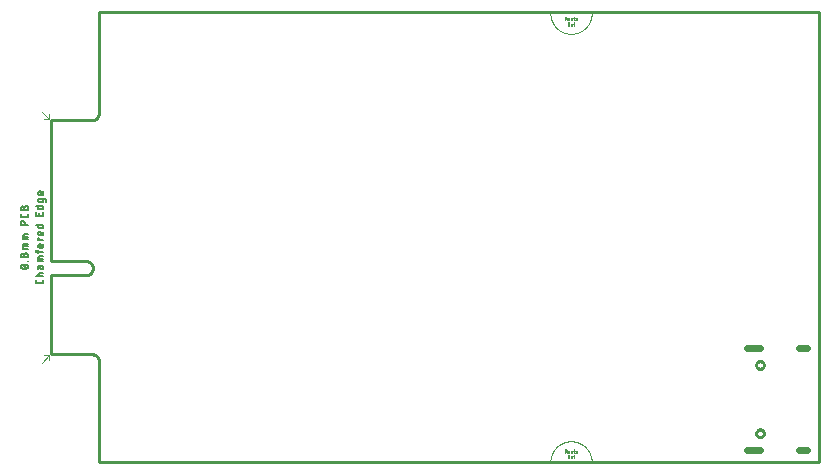
<source format=gko>
G04 EAGLE Gerber RS-274X export*
G75*
%MOMM*%
%FSLAX34Y34*%
%LPD*%
%IN*%
%IPPOS*%
%AMOC8*
5,1,8,0,0,1.08239X$1,22.5*%
G01*
%ADD10C,0.203200*%
%ADD11C,0.127000*%
%ADD12C,0.101600*%
%ADD13C,0.050800*%
%ADD14C,0.025400*%
%ADD15C,0.000000*%
%ADD16C,0.600000*%
%ADD17C,0.254000*%


D10*
X0Y91250D02*
X0Y158250D01*
X0Y170250D02*
X0Y289750D01*
X35000Y289750D01*
X35000Y91250D02*
X0Y91250D01*
X35000Y91250D02*
X35140Y91246D01*
X35280Y91237D01*
X35420Y91225D01*
X35559Y91209D01*
X35698Y91189D01*
X35836Y91166D01*
X35974Y91138D01*
X36110Y91107D01*
X36246Y91072D01*
X36381Y91033D01*
X36515Y90991D01*
X36647Y90945D01*
X36778Y90895D01*
X36908Y90842D01*
X37036Y90785D01*
X37163Y90725D01*
X37288Y90662D01*
X37411Y90594D01*
X37532Y90524D01*
X37651Y90450D01*
X37769Y90373D01*
X37884Y90293D01*
X37996Y90210D01*
X38107Y90123D01*
X38215Y90034D01*
X38320Y89942D01*
X38423Y89847D01*
X38524Y89749D01*
X38621Y89648D01*
X38716Y89545D01*
X38808Y89439D01*
X38897Y89330D01*
X38983Y89220D01*
X39066Y89107D01*
X39146Y88991D01*
X39222Y88874D01*
X39296Y88754D01*
X39366Y88633D01*
X39432Y88509D01*
X39495Y88384D01*
X39555Y88257D01*
X39611Y88129D01*
X39664Y87999D01*
X39713Y87868D01*
X39759Y87735D01*
X39801Y87601D01*
X39839Y87466D01*
X39873Y87330D01*
X39904Y87194D01*
X39931Y87056D01*
X39954Y86918D01*
X39973Y86779D01*
X39989Y86639D01*
X40001Y86500D01*
X35000Y289750D02*
X35142Y289756D01*
X35285Y289766D01*
X35426Y289780D01*
X35568Y289798D01*
X35709Y289819D01*
X35849Y289845D01*
X35988Y289874D01*
X36127Y289907D01*
X36264Y289944D01*
X36401Y289985D01*
X36536Y290030D01*
X36670Y290078D01*
X36803Y290130D01*
X36934Y290186D01*
X37064Y290245D01*
X37192Y290308D01*
X37318Y290374D01*
X37442Y290444D01*
X37564Y290517D01*
X37684Y290593D01*
X37802Y290673D01*
X37918Y290756D01*
X38032Y290842D01*
X38143Y290931D01*
X38251Y291024D01*
X38357Y291119D01*
X38461Y291217D01*
X38561Y291318D01*
X38659Y291422D01*
X38754Y291528D01*
X38846Y291637D01*
X38934Y291748D01*
X39020Y291862D01*
X39103Y291978D01*
X39182Y292097D01*
X39258Y292217D01*
X39331Y292340D01*
X39400Y292464D01*
X39466Y292591D01*
X39528Y292719D01*
X39587Y292849D01*
X39642Y292980D01*
X39693Y293113D01*
X39741Y293247D01*
X39785Y293383D01*
X39825Y293519D01*
X39862Y293657D01*
X39894Y293796D01*
X39923Y293935D01*
X39948Y294076D01*
X39969Y294216D01*
X39986Y294358D01*
X40000Y294500D01*
X29000Y158250D02*
X0Y158250D01*
X0Y170250D02*
X29000Y170250D01*
X29153Y170248D01*
X29306Y170242D01*
X29459Y170232D01*
X29612Y170219D01*
X29764Y170201D01*
X29916Y170180D01*
X30067Y170154D01*
X30217Y170125D01*
X30367Y170092D01*
X30516Y170055D01*
X30664Y170015D01*
X30810Y169970D01*
X30956Y169922D01*
X31100Y169870D01*
X31243Y169815D01*
X31384Y169756D01*
X31524Y169693D01*
X31662Y169627D01*
X31799Y169557D01*
X31933Y169484D01*
X32066Y169407D01*
X32197Y169327D01*
X32325Y169244D01*
X32452Y169158D01*
X32576Y169068D01*
X32698Y168975D01*
X32817Y168879D01*
X32934Y168780D01*
X33049Y168678D01*
X33161Y168573D01*
X33270Y168465D01*
X33376Y168355D01*
X33479Y168242D01*
X33580Y168126D01*
X33677Y168008D01*
X33772Y167887D01*
X33863Y167764D01*
X33951Y167639D01*
X34036Y167511D01*
X34118Y167382D01*
X34196Y167250D01*
X34271Y167116D01*
X34343Y166981D01*
X34411Y166843D01*
X34475Y166704D01*
X34536Y166564D01*
X34593Y166422D01*
X34647Y166278D01*
X34697Y166133D01*
X34743Y165987D01*
X34786Y165840D01*
X34824Y165692D01*
X34859Y165542D01*
X34890Y165392D01*
X34918Y165242D01*
X34941Y165090D01*
X34960Y164938D01*
X34976Y164786D01*
X34988Y164633D01*
X34996Y164480D01*
X35000Y164327D01*
X35000Y164173D01*
X34996Y164020D01*
X34988Y163867D01*
X34976Y163714D01*
X34960Y163562D01*
X34941Y163410D01*
X34918Y163258D01*
X34890Y163108D01*
X34859Y162958D01*
X34824Y162808D01*
X34786Y162660D01*
X34743Y162513D01*
X34697Y162367D01*
X34647Y162222D01*
X34593Y162078D01*
X34536Y161936D01*
X34475Y161796D01*
X34411Y161657D01*
X34343Y161519D01*
X34271Y161384D01*
X34196Y161250D01*
X34118Y161118D01*
X34036Y160989D01*
X33951Y160861D01*
X33863Y160736D01*
X33772Y160613D01*
X33677Y160492D01*
X33580Y160374D01*
X33479Y160258D01*
X33376Y160145D01*
X33270Y160035D01*
X33161Y159927D01*
X33049Y159822D01*
X32934Y159720D01*
X32817Y159621D01*
X32698Y159525D01*
X32576Y159432D01*
X32452Y159342D01*
X32325Y159256D01*
X32197Y159173D01*
X32066Y159093D01*
X31933Y159016D01*
X31799Y158943D01*
X31662Y158873D01*
X31524Y158807D01*
X31384Y158744D01*
X31243Y158685D01*
X31100Y158630D01*
X30956Y158578D01*
X30810Y158530D01*
X30664Y158485D01*
X30516Y158445D01*
X30367Y158408D01*
X30217Y158375D01*
X30067Y158346D01*
X29916Y158320D01*
X29764Y158299D01*
X29612Y158281D01*
X29459Y158268D01*
X29306Y158258D01*
X29153Y158252D01*
X29000Y158250D01*
X40000Y294500D02*
X40000Y381000D01*
X649854Y381000D01*
X40000Y86500D02*
X40000Y0D01*
X649854Y254D01*
X649854Y381000D01*
D11*
X-6943Y154204D02*
X-6943Y152792D01*
X-6945Y152718D01*
X-6951Y152645D01*
X-6960Y152571D01*
X-6974Y152499D01*
X-6991Y152427D01*
X-7012Y152356D01*
X-7037Y152286D01*
X-7065Y152218D01*
X-7097Y152151D01*
X-7132Y152087D01*
X-7171Y152024D01*
X-7212Y151963D01*
X-7257Y151904D01*
X-7305Y151848D01*
X-7356Y151794D01*
X-7410Y151743D01*
X-7466Y151695D01*
X-7525Y151650D01*
X-7586Y151609D01*
X-7648Y151570D01*
X-7713Y151535D01*
X-7780Y151503D01*
X-7848Y151475D01*
X-7918Y151450D01*
X-7989Y151429D01*
X-8061Y151412D01*
X-8133Y151398D01*
X-8207Y151389D01*
X-8280Y151383D01*
X-8354Y151381D01*
X-11882Y151381D01*
X-11956Y151383D01*
X-12029Y151389D01*
X-12103Y151398D01*
X-12175Y151412D01*
X-12247Y151429D01*
X-12318Y151450D01*
X-12388Y151475D01*
X-12456Y151503D01*
X-12523Y151535D01*
X-12587Y151570D01*
X-12650Y151609D01*
X-12711Y151650D01*
X-12770Y151695D01*
X-12826Y151743D01*
X-12880Y151794D01*
X-12931Y151848D01*
X-12979Y151904D01*
X-13024Y151963D01*
X-13065Y152023D01*
X-13104Y152086D01*
X-13139Y152151D01*
X-13171Y152218D01*
X-13199Y152286D01*
X-13224Y152356D01*
X-13245Y152427D01*
X-13262Y152499D01*
X-13276Y152571D01*
X-13285Y152644D01*
X-13291Y152718D01*
X-13293Y152792D01*
X-13293Y154204D01*
X-13293Y157251D02*
X-6943Y157251D01*
X-11176Y157251D02*
X-11176Y159015D01*
X-11174Y159079D01*
X-11168Y159143D01*
X-11159Y159206D01*
X-11145Y159268D01*
X-11128Y159330D01*
X-11107Y159390D01*
X-11083Y159449D01*
X-11055Y159507D01*
X-11023Y159562D01*
X-10989Y159616D01*
X-10951Y159667D01*
X-10910Y159717D01*
X-10866Y159763D01*
X-10820Y159807D01*
X-10770Y159848D01*
X-10719Y159886D01*
X-10665Y159920D01*
X-10610Y159952D01*
X-10552Y159980D01*
X-10493Y160004D01*
X-10433Y160025D01*
X-10371Y160042D01*
X-10309Y160056D01*
X-10246Y160065D01*
X-10182Y160071D01*
X-10118Y160073D01*
X-6943Y160073D01*
X-9412Y164604D02*
X-9412Y166191D01*
X-9413Y164604D02*
X-9411Y164535D01*
X-9405Y164466D01*
X-9396Y164397D01*
X-9382Y164329D01*
X-9365Y164262D01*
X-9344Y164196D01*
X-9319Y164131D01*
X-9291Y164068D01*
X-9259Y164007D01*
X-9224Y163947D01*
X-9185Y163889D01*
X-9144Y163834D01*
X-9099Y163781D01*
X-9051Y163731D01*
X-9001Y163683D01*
X-8948Y163638D01*
X-8893Y163597D01*
X-8835Y163558D01*
X-8775Y163523D01*
X-8714Y163491D01*
X-8651Y163463D01*
X-8586Y163438D01*
X-8520Y163417D01*
X-8453Y163400D01*
X-8385Y163386D01*
X-8316Y163377D01*
X-8247Y163371D01*
X-8178Y163369D01*
X-8109Y163371D01*
X-8040Y163377D01*
X-7971Y163386D01*
X-7903Y163400D01*
X-7836Y163417D01*
X-7770Y163438D01*
X-7705Y163463D01*
X-7642Y163491D01*
X-7581Y163523D01*
X-7521Y163558D01*
X-7463Y163597D01*
X-7408Y163638D01*
X-7355Y163683D01*
X-7305Y163731D01*
X-7257Y163781D01*
X-7212Y163834D01*
X-7171Y163889D01*
X-7132Y163947D01*
X-7097Y164007D01*
X-7065Y164068D01*
X-7037Y164131D01*
X-7012Y164196D01*
X-6991Y164262D01*
X-6974Y164329D01*
X-6960Y164397D01*
X-6951Y164466D01*
X-6945Y164535D01*
X-6943Y164604D01*
X-6943Y166191D01*
X-10118Y166191D01*
X-10182Y166189D01*
X-10246Y166183D01*
X-10309Y166174D01*
X-10371Y166160D01*
X-10433Y166143D01*
X-10493Y166122D01*
X-10552Y166098D01*
X-10610Y166070D01*
X-10665Y166038D01*
X-10719Y166004D01*
X-10770Y165966D01*
X-10820Y165925D01*
X-10866Y165881D01*
X-10910Y165835D01*
X-10951Y165785D01*
X-10989Y165734D01*
X-11023Y165680D01*
X-11055Y165625D01*
X-11083Y165567D01*
X-11107Y165508D01*
X-11128Y165448D01*
X-11145Y165386D01*
X-11159Y165324D01*
X-11168Y165261D01*
X-11174Y165197D01*
X-11176Y165133D01*
X-11176Y163722D01*
X-11176Y170033D02*
X-6943Y170033D01*
X-11176Y170033D02*
X-11176Y173208D01*
X-11174Y173272D01*
X-11168Y173336D01*
X-11159Y173399D01*
X-11145Y173461D01*
X-11128Y173523D01*
X-11107Y173583D01*
X-11083Y173642D01*
X-11055Y173700D01*
X-11023Y173755D01*
X-10989Y173809D01*
X-10951Y173860D01*
X-10910Y173910D01*
X-10866Y173956D01*
X-10820Y174000D01*
X-10770Y174041D01*
X-10719Y174079D01*
X-10665Y174113D01*
X-10610Y174145D01*
X-10552Y174173D01*
X-10493Y174197D01*
X-10433Y174218D01*
X-10371Y174235D01*
X-10309Y174249D01*
X-10246Y174258D01*
X-10182Y174264D01*
X-10118Y174266D01*
X-6943Y174266D01*
X-6943Y172150D02*
X-11176Y172150D01*
X-12235Y178157D02*
X-6943Y178157D01*
X-12235Y178157D02*
X-12299Y178159D01*
X-12363Y178165D01*
X-12426Y178174D01*
X-12488Y178188D01*
X-12550Y178205D01*
X-12610Y178226D01*
X-12669Y178250D01*
X-12727Y178278D01*
X-12782Y178310D01*
X-12836Y178344D01*
X-12887Y178382D01*
X-12937Y178423D01*
X-12983Y178467D01*
X-13027Y178513D01*
X-13068Y178563D01*
X-13106Y178614D01*
X-13140Y178668D01*
X-13172Y178723D01*
X-13200Y178781D01*
X-13224Y178840D01*
X-13245Y178900D01*
X-13262Y178962D01*
X-13276Y179024D01*
X-13285Y179088D01*
X-13291Y179151D01*
X-13293Y179215D01*
X-13293Y179568D01*
X-11176Y179568D02*
X-11176Y177451D01*
X-6943Y182770D02*
X-6943Y184533D01*
X-6943Y182770D02*
X-6945Y182706D01*
X-6951Y182642D01*
X-6960Y182579D01*
X-6974Y182517D01*
X-6991Y182455D01*
X-7012Y182395D01*
X-7036Y182336D01*
X-7064Y182278D01*
X-7096Y182223D01*
X-7130Y182169D01*
X-7168Y182118D01*
X-7209Y182068D01*
X-7253Y182022D01*
X-7299Y181978D01*
X-7349Y181937D01*
X-7400Y181899D01*
X-7454Y181865D01*
X-7509Y181833D01*
X-7567Y181805D01*
X-7626Y181781D01*
X-7686Y181760D01*
X-7748Y181743D01*
X-7810Y181729D01*
X-7873Y181720D01*
X-7937Y181714D01*
X-8001Y181712D01*
X-8001Y181711D02*
X-9765Y181711D01*
X-9839Y181713D01*
X-9912Y181719D01*
X-9986Y181728D01*
X-10058Y181742D01*
X-10130Y181759D01*
X-10201Y181780D01*
X-10271Y181805D01*
X-10339Y181833D01*
X-10406Y181865D01*
X-10471Y181900D01*
X-10533Y181939D01*
X-10594Y181980D01*
X-10653Y182025D01*
X-10709Y182073D01*
X-10763Y182124D01*
X-10814Y182178D01*
X-10862Y182234D01*
X-10907Y182293D01*
X-10948Y182354D01*
X-10987Y182417D01*
X-11022Y182481D01*
X-11054Y182548D01*
X-11082Y182616D01*
X-11107Y182686D01*
X-11128Y182757D01*
X-11145Y182829D01*
X-11159Y182901D01*
X-11168Y182975D01*
X-11174Y183048D01*
X-11176Y183122D01*
X-11174Y183196D01*
X-11168Y183269D01*
X-11159Y183343D01*
X-11145Y183415D01*
X-11128Y183487D01*
X-11107Y183558D01*
X-11082Y183628D01*
X-11054Y183696D01*
X-11022Y183763D01*
X-10987Y183828D01*
X-10948Y183890D01*
X-10907Y183951D01*
X-10862Y184010D01*
X-10814Y184066D01*
X-10763Y184120D01*
X-10709Y184171D01*
X-10653Y184219D01*
X-10594Y184264D01*
X-10533Y184305D01*
X-10471Y184344D01*
X-10406Y184379D01*
X-10339Y184411D01*
X-10271Y184439D01*
X-10201Y184464D01*
X-10130Y184485D01*
X-10058Y184502D01*
X-9986Y184516D01*
X-9912Y184525D01*
X-9839Y184531D01*
X-9765Y184533D01*
X-9060Y184533D01*
X-9060Y181711D01*
X-6943Y187945D02*
X-11176Y187945D01*
X-11176Y190061D01*
X-10471Y190061D01*
X-6943Y193514D02*
X-6943Y195278D01*
X-6943Y193514D02*
X-6945Y193450D01*
X-6951Y193386D01*
X-6960Y193323D01*
X-6974Y193261D01*
X-6991Y193199D01*
X-7012Y193139D01*
X-7036Y193080D01*
X-7064Y193022D01*
X-7096Y192967D01*
X-7130Y192913D01*
X-7168Y192862D01*
X-7209Y192812D01*
X-7253Y192766D01*
X-7299Y192722D01*
X-7349Y192681D01*
X-7400Y192643D01*
X-7454Y192609D01*
X-7509Y192577D01*
X-7567Y192549D01*
X-7626Y192525D01*
X-7686Y192504D01*
X-7748Y192487D01*
X-7810Y192473D01*
X-7873Y192464D01*
X-7937Y192458D01*
X-8001Y192456D01*
X-8001Y192455D02*
X-9765Y192455D01*
X-9839Y192457D01*
X-9912Y192463D01*
X-9986Y192472D01*
X-10058Y192486D01*
X-10130Y192503D01*
X-10201Y192524D01*
X-10271Y192549D01*
X-10339Y192577D01*
X-10406Y192609D01*
X-10471Y192644D01*
X-10533Y192683D01*
X-10594Y192724D01*
X-10653Y192769D01*
X-10709Y192817D01*
X-10763Y192868D01*
X-10814Y192922D01*
X-10862Y192978D01*
X-10907Y193037D01*
X-10948Y193098D01*
X-10987Y193161D01*
X-11022Y193225D01*
X-11054Y193292D01*
X-11082Y193360D01*
X-11107Y193430D01*
X-11128Y193501D01*
X-11145Y193573D01*
X-11159Y193645D01*
X-11168Y193719D01*
X-11174Y193792D01*
X-11176Y193866D01*
X-11174Y193940D01*
X-11168Y194013D01*
X-11159Y194087D01*
X-11145Y194159D01*
X-11128Y194231D01*
X-11107Y194302D01*
X-11082Y194372D01*
X-11054Y194440D01*
X-11022Y194507D01*
X-10987Y194572D01*
X-10948Y194634D01*
X-10907Y194695D01*
X-10862Y194754D01*
X-10814Y194810D01*
X-10763Y194864D01*
X-10709Y194915D01*
X-10653Y194963D01*
X-10594Y195008D01*
X-10533Y195049D01*
X-10471Y195088D01*
X-10406Y195123D01*
X-10339Y195155D01*
X-10271Y195183D01*
X-10201Y195208D01*
X-10130Y195229D01*
X-10058Y195246D01*
X-9986Y195260D01*
X-9912Y195269D01*
X-9839Y195275D01*
X-9765Y195277D01*
X-9765Y195278D02*
X-9060Y195278D01*
X-9060Y192455D01*
X-6943Y201167D02*
X-13293Y201167D01*
X-6943Y201167D02*
X-6943Y199403D01*
X-6945Y199339D01*
X-6951Y199275D01*
X-6960Y199212D01*
X-6974Y199150D01*
X-6991Y199088D01*
X-7012Y199028D01*
X-7036Y198969D01*
X-7064Y198911D01*
X-7096Y198856D01*
X-7130Y198802D01*
X-7168Y198751D01*
X-7209Y198701D01*
X-7253Y198655D01*
X-7299Y198611D01*
X-7349Y198570D01*
X-7400Y198532D01*
X-7454Y198498D01*
X-7509Y198466D01*
X-7567Y198438D01*
X-7626Y198414D01*
X-7686Y198393D01*
X-7748Y198376D01*
X-7810Y198362D01*
X-7873Y198353D01*
X-7937Y198347D01*
X-8001Y198345D01*
X-8001Y198344D02*
X-10118Y198344D01*
X-10118Y198345D02*
X-10182Y198347D01*
X-10246Y198353D01*
X-10309Y198362D01*
X-10371Y198376D01*
X-10433Y198393D01*
X-10493Y198414D01*
X-10552Y198438D01*
X-10610Y198466D01*
X-10665Y198498D01*
X-10719Y198532D01*
X-10770Y198570D01*
X-10820Y198611D01*
X-10866Y198655D01*
X-10910Y198701D01*
X-10951Y198751D01*
X-10989Y198802D01*
X-11023Y198856D01*
X-11055Y198911D01*
X-11083Y198969D01*
X-11107Y199028D01*
X-11128Y199088D01*
X-11145Y199150D01*
X-11159Y199212D01*
X-11168Y199275D01*
X-11174Y199339D01*
X-11176Y199403D01*
X-11176Y201167D01*
X-6943Y208583D02*
X-6943Y211405D01*
X-6943Y208583D02*
X-13293Y208583D01*
X-13293Y211405D01*
X-10471Y210699D02*
X-10471Y208583D01*
X-13293Y216940D02*
X-6943Y216940D01*
X-6943Y215176D01*
X-6945Y215112D01*
X-6951Y215048D01*
X-6960Y214985D01*
X-6974Y214923D01*
X-6991Y214861D01*
X-7012Y214801D01*
X-7036Y214742D01*
X-7064Y214684D01*
X-7096Y214629D01*
X-7130Y214575D01*
X-7168Y214524D01*
X-7209Y214474D01*
X-7253Y214428D01*
X-7299Y214384D01*
X-7349Y214343D01*
X-7400Y214305D01*
X-7454Y214271D01*
X-7509Y214239D01*
X-7567Y214211D01*
X-7626Y214187D01*
X-7686Y214166D01*
X-7748Y214149D01*
X-7810Y214135D01*
X-7873Y214126D01*
X-7937Y214120D01*
X-8001Y214118D01*
X-10118Y214118D01*
X-10182Y214120D01*
X-10246Y214126D01*
X-10309Y214135D01*
X-10371Y214149D01*
X-10433Y214166D01*
X-10493Y214187D01*
X-10552Y214211D01*
X-10610Y214239D01*
X-10665Y214271D01*
X-10719Y214305D01*
X-10770Y214343D01*
X-10820Y214384D01*
X-10866Y214428D01*
X-10910Y214474D01*
X-10951Y214524D01*
X-10989Y214575D01*
X-11023Y214629D01*
X-11055Y214684D01*
X-11083Y214742D01*
X-11107Y214801D01*
X-11128Y214861D01*
X-11145Y214923D01*
X-11159Y214985D01*
X-11168Y215048D01*
X-11174Y215112D01*
X-11176Y215176D01*
X-11176Y216940D01*
X-6943Y221348D02*
X-6943Y223112D01*
X-6943Y221348D02*
X-6945Y221284D01*
X-6951Y221220D01*
X-6960Y221157D01*
X-6974Y221095D01*
X-6991Y221033D01*
X-7012Y220973D01*
X-7036Y220914D01*
X-7064Y220856D01*
X-7096Y220801D01*
X-7130Y220747D01*
X-7168Y220696D01*
X-7209Y220646D01*
X-7253Y220600D01*
X-7299Y220556D01*
X-7349Y220515D01*
X-7400Y220477D01*
X-7454Y220443D01*
X-7509Y220411D01*
X-7567Y220383D01*
X-7626Y220359D01*
X-7686Y220338D01*
X-7748Y220321D01*
X-7810Y220307D01*
X-7873Y220298D01*
X-7937Y220292D01*
X-8001Y220290D01*
X-10118Y220290D01*
X-10182Y220292D01*
X-10246Y220298D01*
X-10309Y220307D01*
X-10371Y220321D01*
X-10433Y220338D01*
X-10493Y220359D01*
X-10552Y220383D01*
X-10610Y220411D01*
X-10665Y220443D01*
X-10719Y220477D01*
X-10770Y220515D01*
X-10820Y220556D01*
X-10866Y220600D01*
X-10910Y220646D01*
X-10951Y220696D01*
X-10989Y220747D01*
X-11023Y220801D01*
X-11055Y220856D01*
X-11083Y220914D01*
X-11107Y220973D01*
X-11128Y221033D01*
X-11145Y221095D01*
X-11159Y221157D01*
X-11168Y221220D01*
X-11174Y221284D01*
X-11176Y221348D01*
X-11176Y223112D01*
X-5885Y223112D01*
X-5821Y223110D01*
X-5757Y223104D01*
X-5694Y223095D01*
X-5632Y223081D01*
X-5570Y223064D01*
X-5510Y223043D01*
X-5451Y223019D01*
X-5393Y222991D01*
X-5338Y222959D01*
X-5284Y222925D01*
X-5233Y222887D01*
X-5183Y222846D01*
X-5137Y222802D01*
X-5093Y222756D01*
X-5052Y222707D01*
X-5014Y222655D01*
X-4980Y222601D01*
X-4948Y222546D01*
X-4920Y222488D01*
X-4896Y222429D01*
X-4875Y222369D01*
X-4858Y222307D01*
X-4844Y222245D01*
X-4835Y222182D01*
X-4829Y222118D01*
X-4827Y222054D01*
X-4826Y222054D02*
X-4826Y220643D01*
X-6943Y227575D02*
X-6943Y229339D01*
X-6943Y227575D02*
X-6945Y227511D01*
X-6951Y227447D01*
X-6960Y227384D01*
X-6974Y227322D01*
X-6991Y227260D01*
X-7012Y227200D01*
X-7036Y227141D01*
X-7064Y227083D01*
X-7096Y227028D01*
X-7130Y226974D01*
X-7168Y226923D01*
X-7209Y226873D01*
X-7253Y226827D01*
X-7299Y226783D01*
X-7349Y226742D01*
X-7400Y226704D01*
X-7454Y226670D01*
X-7509Y226638D01*
X-7567Y226610D01*
X-7626Y226586D01*
X-7686Y226565D01*
X-7748Y226548D01*
X-7810Y226534D01*
X-7873Y226525D01*
X-7937Y226519D01*
X-8001Y226517D01*
X-9765Y226517D01*
X-9839Y226519D01*
X-9912Y226525D01*
X-9986Y226534D01*
X-10058Y226548D01*
X-10130Y226565D01*
X-10201Y226586D01*
X-10271Y226611D01*
X-10339Y226639D01*
X-10406Y226671D01*
X-10471Y226706D01*
X-10533Y226745D01*
X-10594Y226786D01*
X-10653Y226831D01*
X-10709Y226879D01*
X-10763Y226930D01*
X-10814Y226984D01*
X-10862Y227040D01*
X-10907Y227099D01*
X-10948Y227160D01*
X-10987Y227223D01*
X-11022Y227287D01*
X-11054Y227354D01*
X-11082Y227422D01*
X-11107Y227492D01*
X-11128Y227563D01*
X-11145Y227635D01*
X-11159Y227707D01*
X-11168Y227781D01*
X-11174Y227854D01*
X-11176Y227928D01*
X-11174Y228002D01*
X-11168Y228075D01*
X-11159Y228149D01*
X-11145Y228221D01*
X-11128Y228293D01*
X-11107Y228364D01*
X-11082Y228434D01*
X-11054Y228502D01*
X-11022Y228569D01*
X-10987Y228634D01*
X-10948Y228696D01*
X-10907Y228757D01*
X-10862Y228816D01*
X-10814Y228872D01*
X-10763Y228926D01*
X-10709Y228977D01*
X-10653Y229025D01*
X-10594Y229070D01*
X-10533Y229111D01*
X-10471Y229150D01*
X-10406Y229185D01*
X-10339Y229217D01*
X-10271Y229245D01*
X-10201Y229270D01*
X-10130Y229291D01*
X-10058Y229308D01*
X-9986Y229322D01*
X-9912Y229331D01*
X-9839Y229337D01*
X-9765Y229339D01*
X-9060Y229339D01*
X-9060Y226517D01*
D12*
X-2118Y90360D02*
X-8118Y84360D01*
X-6118Y90360D02*
X-2118Y90360D01*
X-2118Y86360D01*
X-2118Y290360D02*
X-8118Y296360D01*
X-2118Y294360D02*
X-2118Y290360D01*
X-6118Y290360D01*
D11*
X-25111Y164358D02*
X-24985Y164299D01*
X-24857Y164243D01*
X-24728Y164190D01*
X-24597Y164141D01*
X-24465Y164095D01*
X-24332Y164053D01*
X-24198Y164014D01*
X-24063Y163979D01*
X-23927Y163948D01*
X-23790Y163920D01*
X-23652Y163896D01*
X-23514Y163876D01*
X-23375Y163859D01*
X-23236Y163846D01*
X-23097Y163836D01*
X-22958Y163831D01*
X-22818Y163829D01*
X-25111Y164359D02*
X-25177Y164383D01*
X-25242Y164411D01*
X-25305Y164443D01*
X-25366Y164478D01*
X-25425Y164516D01*
X-25482Y164557D01*
X-25537Y164602D01*
X-25589Y164649D01*
X-25638Y164699D01*
X-25685Y164751D01*
X-25729Y164806D01*
X-25770Y164863D01*
X-25808Y164923D01*
X-25842Y164984D01*
X-25873Y165047D01*
X-25901Y165112D01*
X-25925Y165178D01*
X-25946Y165245D01*
X-25963Y165314D01*
X-25976Y165383D01*
X-25985Y165453D01*
X-25991Y165523D01*
X-25993Y165593D01*
X-25991Y165663D01*
X-25985Y165734D01*
X-25976Y165803D01*
X-25963Y165872D01*
X-25946Y165941D01*
X-25925Y166008D01*
X-25901Y166074D01*
X-25873Y166139D01*
X-25842Y166202D01*
X-25808Y166263D01*
X-25770Y166323D01*
X-25729Y166380D01*
X-25685Y166435D01*
X-25638Y166487D01*
X-25589Y166537D01*
X-25536Y166585D01*
X-25482Y166629D01*
X-25425Y166670D01*
X-25366Y166708D01*
X-25305Y166743D01*
X-25242Y166775D01*
X-25177Y166803D01*
X-25111Y166827D01*
X-25111Y166828D02*
X-24985Y166887D01*
X-24857Y166943D01*
X-24728Y166996D01*
X-24597Y167045D01*
X-24465Y167091D01*
X-24332Y167133D01*
X-24198Y167172D01*
X-24063Y167207D01*
X-23927Y167238D01*
X-23790Y167266D01*
X-23652Y167290D01*
X-23514Y167310D01*
X-23375Y167327D01*
X-23236Y167340D01*
X-23097Y167350D01*
X-22958Y167355D01*
X-22818Y167357D01*
X-22818Y163829D02*
X-22678Y163831D01*
X-22539Y163836D01*
X-22400Y163846D01*
X-22261Y163859D01*
X-22122Y163875D01*
X-21984Y163896D01*
X-21846Y163920D01*
X-21709Y163948D01*
X-21573Y163979D01*
X-21438Y164014D01*
X-21304Y164053D01*
X-21171Y164095D01*
X-21039Y164141D01*
X-20908Y164190D01*
X-20779Y164243D01*
X-20651Y164299D01*
X-20525Y164358D01*
X-20525Y164359D02*
X-20459Y164383D01*
X-20394Y164411D01*
X-20331Y164443D01*
X-20270Y164478D01*
X-20211Y164516D01*
X-20154Y164557D01*
X-20099Y164602D01*
X-20047Y164649D01*
X-19998Y164699D01*
X-19951Y164751D01*
X-19907Y164806D01*
X-19866Y164863D01*
X-19828Y164923D01*
X-19794Y164984D01*
X-19763Y165047D01*
X-19735Y165112D01*
X-19711Y165178D01*
X-19690Y165245D01*
X-19673Y165314D01*
X-19660Y165383D01*
X-19651Y165453D01*
X-19645Y165523D01*
X-19643Y165593D01*
X-20525Y166828D02*
X-20651Y166887D01*
X-20779Y166943D01*
X-20908Y166996D01*
X-21039Y167045D01*
X-21171Y167091D01*
X-21304Y167133D01*
X-21438Y167172D01*
X-21573Y167207D01*
X-21709Y167238D01*
X-21846Y167266D01*
X-21984Y167290D01*
X-22122Y167311D01*
X-22261Y167327D01*
X-22400Y167340D01*
X-22539Y167350D01*
X-22678Y167355D01*
X-22818Y167357D01*
X-20525Y166827D02*
X-20459Y166803D01*
X-20394Y166775D01*
X-20331Y166743D01*
X-20270Y166708D01*
X-20211Y166670D01*
X-20154Y166629D01*
X-20100Y166585D01*
X-20047Y166537D01*
X-19998Y166487D01*
X-19951Y166435D01*
X-19907Y166380D01*
X-19866Y166323D01*
X-19828Y166263D01*
X-19794Y166202D01*
X-19763Y166139D01*
X-19735Y166074D01*
X-19711Y166008D01*
X-19690Y165941D01*
X-19673Y165872D01*
X-19660Y165803D01*
X-19651Y165733D01*
X-19645Y165663D01*
X-19643Y165593D01*
X-21054Y164182D02*
X-24582Y167004D01*
X-19996Y170217D02*
X-19643Y170217D01*
X-19996Y170217D02*
X-19996Y170570D01*
X-19643Y170570D01*
X-19643Y170217D01*
X-21407Y173430D02*
X-21490Y173432D01*
X-21572Y173438D01*
X-21654Y173447D01*
X-21736Y173461D01*
X-21817Y173478D01*
X-21897Y173499D01*
X-21976Y173524D01*
X-22053Y173553D01*
X-22130Y173585D01*
X-22204Y173620D01*
X-22277Y173659D01*
X-22348Y173702D01*
X-22417Y173748D01*
X-22484Y173797D01*
X-22548Y173849D01*
X-22610Y173904D01*
X-22669Y173961D01*
X-22725Y174022D01*
X-22779Y174085D01*
X-22829Y174150D01*
X-22877Y174218D01*
X-22921Y174288D01*
X-22961Y174360D01*
X-22999Y174434D01*
X-23033Y174509D01*
X-23063Y174586D01*
X-23090Y174665D01*
X-23113Y174744D01*
X-23132Y174825D01*
X-23147Y174906D01*
X-23159Y174988D01*
X-23167Y175070D01*
X-23171Y175153D01*
X-23171Y175235D01*
X-23167Y175318D01*
X-23159Y175400D01*
X-23147Y175482D01*
X-23132Y175563D01*
X-23113Y175644D01*
X-23090Y175723D01*
X-23063Y175802D01*
X-23033Y175879D01*
X-22999Y175954D01*
X-22961Y176028D01*
X-22921Y176100D01*
X-22877Y176170D01*
X-22829Y176238D01*
X-22779Y176303D01*
X-22725Y176366D01*
X-22669Y176427D01*
X-22610Y176484D01*
X-22548Y176539D01*
X-22484Y176591D01*
X-22417Y176640D01*
X-22348Y176686D01*
X-22277Y176729D01*
X-22204Y176768D01*
X-22130Y176803D01*
X-22053Y176835D01*
X-21976Y176864D01*
X-21897Y176889D01*
X-21817Y176910D01*
X-21736Y176927D01*
X-21654Y176941D01*
X-21572Y176950D01*
X-21490Y176956D01*
X-21407Y176958D01*
X-21324Y176956D01*
X-21242Y176950D01*
X-21160Y176941D01*
X-21078Y176927D01*
X-20997Y176910D01*
X-20917Y176889D01*
X-20838Y176864D01*
X-20761Y176835D01*
X-20684Y176803D01*
X-20610Y176768D01*
X-20537Y176729D01*
X-20466Y176686D01*
X-20397Y176640D01*
X-20330Y176591D01*
X-20266Y176539D01*
X-20204Y176484D01*
X-20145Y176427D01*
X-20089Y176366D01*
X-20035Y176303D01*
X-19985Y176238D01*
X-19937Y176170D01*
X-19893Y176100D01*
X-19853Y176028D01*
X-19815Y175954D01*
X-19781Y175879D01*
X-19751Y175802D01*
X-19724Y175723D01*
X-19701Y175644D01*
X-19682Y175563D01*
X-19667Y175482D01*
X-19655Y175400D01*
X-19647Y175318D01*
X-19643Y175235D01*
X-19643Y175153D01*
X-19647Y175070D01*
X-19655Y174988D01*
X-19667Y174906D01*
X-19682Y174825D01*
X-19701Y174744D01*
X-19724Y174665D01*
X-19751Y174586D01*
X-19781Y174509D01*
X-19815Y174434D01*
X-19853Y174360D01*
X-19893Y174288D01*
X-19937Y174218D01*
X-19985Y174150D01*
X-20035Y174085D01*
X-20089Y174022D01*
X-20145Y173961D01*
X-20204Y173904D01*
X-20266Y173849D01*
X-20330Y173797D01*
X-20397Y173748D01*
X-20466Y173702D01*
X-20537Y173659D01*
X-20610Y173620D01*
X-20684Y173585D01*
X-20761Y173553D01*
X-20838Y173524D01*
X-20917Y173499D01*
X-20997Y173478D01*
X-21078Y173461D01*
X-21160Y173447D01*
X-21242Y173438D01*
X-21324Y173432D01*
X-21407Y173430D01*
X-24582Y173783D02*
X-24656Y173785D01*
X-24729Y173791D01*
X-24803Y173800D01*
X-24875Y173814D01*
X-24947Y173831D01*
X-25018Y173852D01*
X-25088Y173877D01*
X-25156Y173905D01*
X-25223Y173937D01*
X-25288Y173972D01*
X-25350Y174011D01*
X-25411Y174052D01*
X-25470Y174097D01*
X-25526Y174145D01*
X-25580Y174196D01*
X-25631Y174250D01*
X-25679Y174306D01*
X-25724Y174365D01*
X-25765Y174426D01*
X-25804Y174489D01*
X-25839Y174553D01*
X-25871Y174620D01*
X-25899Y174688D01*
X-25924Y174758D01*
X-25945Y174829D01*
X-25962Y174901D01*
X-25976Y174973D01*
X-25985Y175047D01*
X-25991Y175120D01*
X-25993Y175194D01*
X-25991Y175268D01*
X-25985Y175341D01*
X-25976Y175415D01*
X-25962Y175487D01*
X-25945Y175559D01*
X-25924Y175630D01*
X-25899Y175700D01*
X-25871Y175768D01*
X-25839Y175835D01*
X-25804Y175900D01*
X-25765Y175962D01*
X-25724Y176023D01*
X-25679Y176082D01*
X-25631Y176138D01*
X-25580Y176192D01*
X-25526Y176243D01*
X-25470Y176291D01*
X-25411Y176336D01*
X-25350Y176377D01*
X-25288Y176416D01*
X-25223Y176451D01*
X-25156Y176483D01*
X-25088Y176511D01*
X-25018Y176536D01*
X-24947Y176557D01*
X-24875Y176574D01*
X-24803Y176588D01*
X-24729Y176597D01*
X-24656Y176603D01*
X-24582Y176605D01*
X-24508Y176603D01*
X-24435Y176597D01*
X-24361Y176588D01*
X-24289Y176574D01*
X-24217Y176557D01*
X-24146Y176536D01*
X-24076Y176511D01*
X-24008Y176483D01*
X-23941Y176451D01*
X-23877Y176416D01*
X-23814Y176377D01*
X-23753Y176336D01*
X-23694Y176291D01*
X-23638Y176243D01*
X-23584Y176192D01*
X-23533Y176138D01*
X-23485Y176082D01*
X-23440Y176023D01*
X-23399Y175962D01*
X-23360Y175900D01*
X-23325Y175835D01*
X-23293Y175768D01*
X-23265Y175700D01*
X-23240Y175630D01*
X-23219Y175559D01*
X-23202Y175487D01*
X-23188Y175415D01*
X-23179Y175341D01*
X-23173Y175268D01*
X-23171Y175194D01*
X-23173Y175120D01*
X-23179Y175047D01*
X-23188Y174973D01*
X-23202Y174901D01*
X-23219Y174829D01*
X-23240Y174758D01*
X-23265Y174688D01*
X-23293Y174620D01*
X-23325Y174553D01*
X-23360Y174489D01*
X-23399Y174426D01*
X-23440Y174365D01*
X-23485Y174306D01*
X-23533Y174250D01*
X-23584Y174196D01*
X-23638Y174145D01*
X-23694Y174097D01*
X-23753Y174052D01*
X-23814Y174011D01*
X-23876Y173972D01*
X-23941Y173937D01*
X-24008Y173905D01*
X-24076Y173877D01*
X-24146Y173852D01*
X-24217Y173831D01*
X-24289Y173814D01*
X-24361Y173800D01*
X-24435Y173791D01*
X-24508Y173785D01*
X-24582Y173783D01*
X-23876Y180621D02*
X-19643Y180621D01*
X-23876Y180621D02*
X-23876Y183796D01*
X-23874Y183860D01*
X-23868Y183924D01*
X-23859Y183987D01*
X-23845Y184049D01*
X-23828Y184111D01*
X-23807Y184171D01*
X-23783Y184230D01*
X-23755Y184288D01*
X-23723Y184343D01*
X-23689Y184397D01*
X-23651Y184448D01*
X-23610Y184498D01*
X-23566Y184544D01*
X-23520Y184588D01*
X-23470Y184629D01*
X-23419Y184667D01*
X-23365Y184701D01*
X-23310Y184733D01*
X-23252Y184761D01*
X-23193Y184785D01*
X-23133Y184806D01*
X-23071Y184823D01*
X-23009Y184837D01*
X-22946Y184846D01*
X-22882Y184852D01*
X-22818Y184854D01*
X-22818Y184855D02*
X-19643Y184855D01*
X-19643Y182738D02*
X-23876Y182738D01*
X-23876Y188851D02*
X-19643Y188851D01*
X-23876Y188851D02*
X-23876Y192026D01*
X-23874Y192090D01*
X-23868Y192154D01*
X-23859Y192217D01*
X-23845Y192279D01*
X-23828Y192341D01*
X-23807Y192401D01*
X-23783Y192460D01*
X-23755Y192518D01*
X-23723Y192573D01*
X-23689Y192627D01*
X-23651Y192678D01*
X-23610Y192728D01*
X-23566Y192774D01*
X-23520Y192818D01*
X-23470Y192859D01*
X-23419Y192897D01*
X-23365Y192931D01*
X-23310Y192963D01*
X-23252Y192991D01*
X-23193Y193015D01*
X-23133Y193036D01*
X-23071Y193053D01*
X-23009Y193067D01*
X-22946Y193076D01*
X-22882Y193082D01*
X-22818Y193084D01*
X-19643Y193084D01*
X-19643Y190968D02*
X-23876Y190968D01*
X-25993Y200790D02*
X-19643Y200790D01*
X-25993Y200790D02*
X-25993Y202554D01*
X-25991Y202637D01*
X-25985Y202719D01*
X-25976Y202801D01*
X-25962Y202883D01*
X-25945Y202964D01*
X-25924Y203044D01*
X-25899Y203123D01*
X-25870Y203200D01*
X-25838Y203277D01*
X-25803Y203351D01*
X-25764Y203424D01*
X-25721Y203495D01*
X-25675Y203564D01*
X-25626Y203631D01*
X-25574Y203695D01*
X-25519Y203757D01*
X-25462Y203816D01*
X-25401Y203872D01*
X-25338Y203926D01*
X-25273Y203976D01*
X-25205Y204024D01*
X-25135Y204068D01*
X-25063Y204108D01*
X-24989Y204146D01*
X-24914Y204180D01*
X-24837Y204210D01*
X-24758Y204237D01*
X-24679Y204260D01*
X-24598Y204279D01*
X-24517Y204294D01*
X-24435Y204306D01*
X-24353Y204314D01*
X-24270Y204318D01*
X-24188Y204318D01*
X-24105Y204314D01*
X-24023Y204306D01*
X-23941Y204294D01*
X-23860Y204279D01*
X-23779Y204260D01*
X-23700Y204237D01*
X-23621Y204210D01*
X-23544Y204180D01*
X-23469Y204146D01*
X-23395Y204108D01*
X-23323Y204068D01*
X-23253Y204024D01*
X-23185Y203976D01*
X-23120Y203926D01*
X-23057Y203872D01*
X-22996Y203816D01*
X-22939Y203757D01*
X-22884Y203695D01*
X-22832Y203631D01*
X-22783Y203564D01*
X-22737Y203495D01*
X-22694Y203424D01*
X-22655Y203351D01*
X-22620Y203277D01*
X-22588Y203200D01*
X-22559Y203123D01*
X-22534Y203044D01*
X-22513Y202964D01*
X-22496Y202883D01*
X-22482Y202801D01*
X-22473Y202719D01*
X-22467Y202637D01*
X-22465Y202554D01*
X-22465Y200790D01*
X-19643Y208643D02*
X-19643Y210054D01*
X-19643Y208643D02*
X-19645Y208569D01*
X-19651Y208496D01*
X-19660Y208422D01*
X-19674Y208350D01*
X-19691Y208278D01*
X-19712Y208207D01*
X-19737Y208137D01*
X-19765Y208069D01*
X-19797Y208002D01*
X-19832Y207938D01*
X-19871Y207875D01*
X-19912Y207814D01*
X-19957Y207755D01*
X-20005Y207699D01*
X-20056Y207645D01*
X-20110Y207594D01*
X-20166Y207546D01*
X-20225Y207501D01*
X-20286Y207460D01*
X-20348Y207421D01*
X-20413Y207386D01*
X-20480Y207354D01*
X-20548Y207326D01*
X-20618Y207301D01*
X-20689Y207280D01*
X-20761Y207263D01*
X-20833Y207249D01*
X-20907Y207240D01*
X-20980Y207234D01*
X-21054Y207232D01*
X-24582Y207232D01*
X-24656Y207234D01*
X-24729Y207240D01*
X-24803Y207249D01*
X-24875Y207263D01*
X-24947Y207280D01*
X-25018Y207301D01*
X-25088Y207326D01*
X-25156Y207354D01*
X-25223Y207386D01*
X-25287Y207421D01*
X-25350Y207460D01*
X-25411Y207501D01*
X-25470Y207546D01*
X-25526Y207594D01*
X-25580Y207645D01*
X-25631Y207699D01*
X-25679Y207755D01*
X-25724Y207814D01*
X-25765Y207874D01*
X-25804Y207937D01*
X-25839Y208002D01*
X-25871Y208069D01*
X-25899Y208137D01*
X-25924Y208207D01*
X-25945Y208278D01*
X-25962Y208350D01*
X-25976Y208422D01*
X-25985Y208495D01*
X-25991Y208569D01*
X-25993Y208643D01*
X-25993Y210054D01*
X-23171Y213363D02*
X-23171Y215127D01*
X-23169Y215210D01*
X-23163Y215292D01*
X-23154Y215374D01*
X-23140Y215456D01*
X-23123Y215537D01*
X-23102Y215617D01*
X-23077Y215696D01*
X-23048Y215773D01*
X-23016Y215850D01*
X-22981Y215924D01*
X-22942Y215997D01*
X-22899Y216068D01*
X-22853Y216137D01*
X-22804Y216204D01*
X-22752Y216268D01*
X-22697Y216330D01*
X-22640Y216389D01*
X-22579Y216445D01*
X-22516Y216499D01*
X-22451Y216549D01*
X-22383Y216597D01*
X-22313Y216641D01*
X-22241Y216681D01*
X-22167Y216719D01*
X-22092Y216753D01*
X-22015Y216783D01*
X-21936Y216810D01*
X-21857Y216833D01*
X-21776Y216852D01*
X-21695Y216867D01*
X-21613Y216879D01*
X-21531Y216887D01*
X-21448Y216891D01*
X-21366Y216891D01*
X-21283Y216887D01*
X-21201Y216879D01*
X-21119Y216867D01*
X-21038Y216852D01*
X-20957Y216833D01*
X-20878Y216810D01*
X-20799Y216783D01*
X-20722Y216753D01*
X-20647Y216719D01*
X-20573Y216681D01*
X-20501Y216641D01*
X-20431Y216597D01*
X-20363Y216549D01*
X-20298Y216499D01*
X-20235Y216445D01*
X-20174Y216389D01*
X-20117Y216330D01*
X-20062Y216268D01*
X-20010Y216204D01*
X-19961Y216137D01*
X-19915Y216068D01*
X-19872Y215997D01*
X-19833Y215924D01*
X-19798Y215850D01*
X-19766Y215773D01*
X-19737Y215696D01*
X-19712Y215617D01*
X-19691Y215537D01*
X-19674Y215456D01*
X-19660Y215374D01*
X-19651Y215292D01*
X-19645Y215210D01*
X-19643Y215127D01*
X-19643Y213363D01*
X-25993Y213363D01*
X-25993Y215127D01*
X-25991Y215201D01*
X-25985Y215274D01*
X-25976Y215348D01*
X-25962Y215420D01*
X-25945Y215492D01*
X-25924Y215563D01*
X-25899Y215633D01*
X-25871Y215701D01*
X-25839Y215768D01*
X-25804Y215833D01*
X-25765Y215895D01*
X-25724Y215956D01*
X-25679Y216015D01*
X-25631Y216071D01*
X-25580Y216125D01*
X-25526Y216176D01*
X-25470Y216224D01*
X-25411Y216269D01*
X-25350Y216310D01*
X-25288Y216349D01*
X-25223Y216384D01*
X-25156Y216416D01*
X-25088Y216444D01*
X-25018Y216469D01*
X-24947Y216490D01*
X-24875Y216507D01*
X-24803Y216521D01*
X-24729Y216530D01*
X-24656Y216536D01*
X-24582Y216538D01*
X-24508Y216536D01*
X-24435Y216530D01*
X-24361Y216521D01*
X-24289Y216507D01*
X-24217Y216490D01*
X-24146Y216469D01*
X-24076Y216444D01*
X-24008Y216416D01*
X-23941Y216384D01*
X-23877Y216349D01*
X-23814Y216310D01*
X-23753Y216269D01*
X-23694Y216224D01*
X-23638Y216176D01*
X-23584Y216125D01*
X-23533Y216071D01*
X-23485Y216015D01*
X-23440Y215956D01*
X-23399Y215895D01*
X-23360Y215833D01*
X-23325Y215768D01*
X-23293Y215701D01*
X-23265Y215633D01*
X-23240Y215563D01*
X-23219Y215492D01*
X-23202Y215420D01*
X-23188Y215348D01*
X-23179Y215274D01*
X-23173Y215201D01*
X-23171Y215127D01*
D13*
X422382Y160D02*
X422387Y586D01*
X422403Y1012D01*
X422429Y1437D01*
X422465Y1862D01*
X422512Y2286D01*
X422568Y2708D01*
X422636Y3129D01*
X422713Y3548D01*
X422801Y3965D01*
X422898Y4380D01*
X423006Y4792D01*
X423124Y5202D01*
X423252Y5608D01*
X423389Y6012D01*
X423537Y6412D01*
X423694Y6808D01*
X423860Y7200D01*
X424037Y7588D01*
X424222Y7972D01*
X424417Y8351D01*
X424621Y8725D01*
X424834Y9094D01*
X425056Y9458D01*
X425287Y9816D01*
X425526Y10168D01*
X425774Y10515D01*
X426031Y10856D01*
X426295Y11190D01*
X426568Y11517D01*
X426848Y11838D01*
X427137Y12152D01*
X427433Y12459D01*
X427736Y12758D01*
X428046Y13050D01*
X428363Y13335D01*
X428688Y13611D01*
X429019Y13880D01*
X429356Y14140D01*
X429699Y14393D01*
X430049Y14636D01*
X430404Y14871D01*
X430766Y15098D01*
X431132Y15315D01*
X431504Y15524D01*
X431880Y15723D01*
X432262Y15914D01*
X432647Y16095D01*
X433038Y16266D01*
X433432Y16428D01*
X433830Y16580D01*
X434232Y16723D01*
X434637Y16855D01*
X435045Y16978D01*
X435456Y17091D01*
X435869Y17194D01*
X436285Y17286D01*
X436703Y17369D01*
X437123Y17441D01*
X437545Y17503D01*
X437968Y17555D01*
X438392Y17596D01*
X438817Y17628D01*
X439243Y17648D01*
X439669Y17659D01*
X440095Y17659D01*
X440521Y17648D01*
X440947Y17628D01*
X441372Y17596D01*
X441796Y17555D01*
X442219Y17503D01*
X442641Y17441D01*
X443061Y17369D01*
X443479Y17286D01*
X443895Y17194D01*
X444308Y17091D01*
X444719Y16978D01*
X445127Y16855D01*
X445532Y16723D01*
X445934Y16580D01*
X446332Y16428D01*
X446726Y16266D01*
X447117Y16095D01*
X447502Y15914D01*
X447884Y15723D01*
X448260Y15524D01*
X448632Y15315D01*
X448998Y15098D01*
X449360Y14871D01*
X449715Y14636D01*
X450065Y14393D01*
X450408Y14140D01*
X450745Y13880D01*
X451076Y13611D01*
X451401Y13335D01*
X451718Y13050D01*
X452028Y12758D01*
X452331Y12459D01*
X452627Y12152D01*
X452916Y11838D01*
X453196Y11517D01*
X453469Y11190D01*
X453733Y10856D01*
X453990Y10515D01*
X454238Y10168D01*
X454477Y9816D01*
X454708Y9458D01*
X454930Y9094D01*
X455143Y8725D01*
X455347Y8351D01*
X455542Y7972D01*
X455727Y7588D01*
X455904Y7200D01*
X456070Y6808D01*
X456227Y6412D01*
X456375Y6012D01*
X456512Y5608D01*
X456640Y5202D01*
X456758Y4792D01*
X456866Y4380D01*
X456963Y3965D01*
X457051Y3548D01*
X457128Y3129D01*
X457196Y2708D01*
X457252Y2286D01*
X457299Y1862D01*
X457335Y1437D01*
X457361Y1012D01*
X457377Y586D01*
X457382Y160D01*
D14*
X434659Y8037D02*
X434659Y10783D01*
X435422Y10783D01*
X435476Y10781D01*
X435531Y10775D01*
X435584Y10766D01*
X435637Y10752D01*
X435689Y10735D01*
X435739Y10714D01*
X435788Y10690D01*
X435835Y10662D01*
X435879Y10631D01*
X435922Y10597D01*
X435962Y10560D01*
X435999Y10520D01*
X436033Y10477D01*
X436064Y10433D01*
X436092Y10386D01*
X436116Y10337D01*
X436137Y10287D01*
X436154Y10235D01*
X436168Y10182D01*
X436177Y10129D01*
X436183Y10074D01*
X436185Y10020D01*
X436183Y9966D01*
X436177Y9911D01*
X436168Y9858D01*
X436154Y9805D01*
X436137Y9753D01*
X436116Y9703D01*
X436092Y9654D01*
X436064Y9607D01*
X436033Y9563D01*
X435999Y9520D01*
X435962Y9480D01*
X435922Y9443D01*
X435879Y9409D01*
X435835Y9378D01*
X435788Y9350D01*
X435739Y9326D01*
X435689Y9305D01*
X435637Y9288D01*
X435584Y9274D01*
X435531Y9265D01*
X435476Y9259D01*
X435422Y9257D01*
X434659Y9257D01*
X435575Y9257D02*
X436185Y8037D01*
X437314Y8647D02*
X437314Y9257D01*
X437316Y9305D01*
X437322Y9352D01*
X437331Y9399D01*
X437344Y9446D01*
X437360Y9490D01*
X437380Y9534D01*
X437404Y9576D01*
X437430Y9616D01*
X437460Y9653D01*
X437493Y9688D01*
X437528Y9721D01*
X437565Y9751D01*
X437605Y9777D01*
X437647Y9801D01*
X437691Y9821D01*
X437735Y9837D01*
X437782Y9850D01*
X437829Y9859D01*
X437876Y9865D01*
X437924Y9867D01*
X437972Y9865D01*
X438019Y9859D01*
X438066Y9850D01*
X438113Y9837D01*
X438157Y9821D01*
X438201Y9801D01*
X438243Y9777D01*
X438283Y9751D01*
X438320Y9721D01*
X438355Y9688D01*
X438388Y9653D01*
X438418Y9616D01*
X438444Y9576D01*
X438468Y9534D01*
X438488Y9490D01*
X438504Y9446D01*
X438517Y9399D01*
X438526Y9352D01*
X438532Y9305D01*
X438534Y9257D01*
X438535Y9257D02*
X438535Y8647D01*
X438534Y8647D02*
X438532Y8599D01*
X438526Y8552D01*
X438517Y8505D01*
X438504Y8458D01*
X438488Y8414D01*
X438468Y8370D01*
X438444Y8328D01*
X438418Y8288D01*
X438388Y8251D01*
X438355Y8216D01*
X438320Y8183D01*
X438283Y8153D01*
X438243Y8127D01*
X438201Y8103D01*
X438157Y8083D01*
X438113Y8067D01*
X438066Y8054D01*
X438019Y8045D01*
X437972Y8039D01*
X437924Y8037D01*
X437876Y8039D01*
X437829Y8045D01*
X437782Y8054D01*
X437735Y8067D01*
X437691Y8083D01*
X437647Y8103D01*
X437605Y8127D01*
X437565Y8153D01*
X437528Y8183D01*
X437493Y8216D01*
X437460Y8251D01*
X437430Y8288D01*
X437404Y8328D01*
X437380Y8370D01*
X437360Y8414D01*
X437344Y8458D01*
X437331Y8505D01*
X437322Y8552D01*
X437316Y8599D01*
X437314Y8647D01*
X439744Y8495D02*
X439744Y9868D01*
X439744Y8495D02*
X439746Y8455D01*
X439751Y8415D01*
X439760Y8376D01*
X439772Y8338D01*
X439787Y8301D01*
X439805Y8266D01*
X439827Y8232D01*
X439851Y8201D01*
X439878Y8171D01*
X439908Y8144D01*
X439939Y8120D01*
X439973Y8098D01*
X440008Y8080D01*
X440045Y8065D01*
X440083Y8053D01*
X440122Y8044D01*
X440162Y8039D01*
X440202Y8037D01*
X440965Y8037D01*
X440965Y9868D01*
X441944Y9868D02*
X442860Y9868D01*
X442249Y10783D02*
X442249Y8495D01*
X442251Y8455D01*
X442256Y8415D01*
X442265Y8376D01*
X442277Y8338D01*
X442292Y8301D01*
X442310Y8266D01*
X442332Y8232D01*
X442356Y8201D01*
X442383Y8171D01*
X442413Y8144D01*
X442444Y8120D01*
X442478Y8098D01*
X442513Y8080D01*
X442550Y8065D01*
X442588Y8053D01*
X442627Y8044D01*
X442667Y8039D01*
X442707Y8037D01*
X442860Y8037D01*
X444342Y8037D02*
X445105Y8037D01*
X444342Y8037D02*
X444302Y8039D01*
X444262Y8044D01*
X444223Y8053D01*
X444185Y8065D01*
X444148Y8080D01*
X444113Y8098D01*
X444079Y8120D01*
X444048Y8144D01*
X444018Y8171D01*
X443991Y8201D01*
X443967Y8232D01*
X443945Y8266D01*
X443927Y8301D01*
X443912Y8338D01*
X443900Y8376D01*
X443891Y8415D01*
X443886Y8455D01*
X443884Y8495D01*
X443884Y9257D01*
X443886Y9305D01*
X443892Y9352D01*
X443901Y9399D01*
X443914Y9446D01*
X443930Y9490D01*
X443950Y9534D01*
X443974Y9576D01*
X444000Y9616D01*
X444030Y9653D01*
X444063Y9688D01*
X444098Y9721D01*
X444135Y9751D01*
X444175Y9777D01*
X444217Y9801D01*
X444261Y9821D01*
X444305Y9837D01*
X444352Y9850D01*
X444399Y9859D01*
X444446Y9865D01*
X444494Y9867D01*
X444542Y9865D01*
X444589Y9859D01*
X444636Y9850D01*
X444683Y9837D01*
X444727Y9821D01*
X444771Y9801D01*
X444813Y9777D01*
X444853Y9751D01*
X444890Y9721D01*
X444925Y9688D01*
X444958Y9653D01*
X444988Y9616D01*
X445014Y9576D01*
X445038Y9534D01*
X445058Y9490D01*
X445074Y9446D01*
X445087Y9399D01*
X445096Y9352D01*
X445102Y9305D01*
X445104Y9257D01*
X445105Y9257D02*
X445105Y8952D01*
X443884Y8952D01*
X436943Y5520D02*
X436943Y4300D01*
X436943Y5520D02*
X436945Y5574D01*
X436951Y5629D01*
X436960Y5682D01*
X436974Y5735D01*
X436991Y5787D01*
X437012Y5837D01*
X437036Y5886D01*
X437064Y5933D01*
X437095Y5977D01*
X437129Y6020D01*
X437166Y6060D01*
X437206Y6097D01*
X437249Y6131D01*
X437293Y6162D01*
X437340Y6190D01*
X437389Y6214D01*
X437439Y6235D01*
X437491Y6252D01*
X437544Y6266D01*
X437597Y6275D01*
X437652Y6281D01*
X437706Y6283D01*
X437760Y6281D01*
X437815Y6275D01*
X437868Y6266D01*
X437921Y6252D01*
X437973Y6235D01*
X438023Y6214D01*
X438072Y6190D01*
X438119Y6162D01*
X438163Y6131D01*
X438206Y6097D01*
X438246Y6060D01*
X438283Y6020D01*
X438317Y5977D01*
X438348Y5933D01*
X438376Y5886D01*
X438400Y5837D01*
X438421Y5787D01*
X438438Y5735D01*
X438452Y5682D01*
X438461Y5629D01*
X438467Y5574D01*
X438469Y5520D01*
X438469Y4300D01*
X438467Y4246D01*
X438461Y4191D01*
X438452Y4138D01*
X438438Y4085D01*
X438421Y4033D01*
X438400Y3983D01*
X438376Y3934D01*
X438348Y3887D01*
X438317Y3843D01*
X438283Y3800D01*
X438246Y3760D01*
X438206Y3723D01*
X438163Y3689D01*
X438119Y3658D01*
X438072Y3630D01*
X438023Y3606D01*
X437973Y3585D01*
X437921Y3568D01*
X437868Y3554D01*
X437815Y3545D01*
X437760Y3539D01*
X437706Y3537D01*
X437652Y3539D01*
X437597Y3545D01*
X437544Y3554D01*
X437491Y3568D01*
X437439Y3585D01*
X437389Y3606D01*
X437340Y3630D01*
X437293Y3658D01*
X437249Y3689D01*
X437206Y3723D01*
X437166Y3760D01*
X437129Y3800D01*
X437095Y3843D01*
X437064Y3887D01*
X437036Y3934D01*
X437012Y3983D01*
X436991Y4033D01*
X436974Y4085D01*
X436960Y4138D01*
X436951Y4191D01*
X436945Y4246D01*
X436943Y4300D01*
X439706Y3995D02*
X439706Y5368D01*
X439705Y3995D02*
X439707Y3955D01*
X439712Y3915D01*
X439721Y3876D01*
X439733Y3838D01*
X439748Y3801D01*
X439766Y3766D01*
X439788Y3732D01*
X439812Y3701D01*
X439839Y3671D01*
X439869Y3644D01*
X439900Y3620D01*
X439934Y3598D01*
X439969Y3580D01*
X440006Y3565D01*
X440044Y3553D01*
X440083Y3544D01*
X440123Y3539D01*
X440163Y3537D01*
X440926Y3537D01*
X440926Y5368D01*
X441906Y5368D02*
X442821Y5368D01*
X442211Y6283D02*
X442211Y3995D01*
X442210Y3995D02*
X442212Y3955D01*
X442217Y3915D01*
X442226Y3876D01*
X442238Y3838D01*
X442253Y3801D01*
X442271Y3766D01*
X442293Y3732D01*
X442317Y3701D01*
X442344Y3671D01*
X442374Y3644D01*
X442405Y3620D01*
X442439Y3598D01*
X442474Y3580D01*
X442511Y3565D01*
X442549Y3553D01*
X442588Y3544D01*
X442628Y3539D01*
X442668Y3537D01*
X442821Y3537D01*
D13*
X457382Y380160D02*
X457377Y379734D01*
X457361Y379308D01*
X457335Y378883D01*
X457299Y378458D01*
X457252Y378034D01*
X457196Y377612D01*
X457128Y377191D01*
X457051Y376772D01*
X456963Y376355D01*
X456866Y375940D01*
X456758Y375528D01*
X456640Y375118D01*
X456512Y374712D01*
X456375Y374308D01*
X456227Y373908D01*
X456070Y373512D01*
X455904Y373120D01*
X455727Y372732D01*
X455542Y372348D01*
X455347Y371969D01*
X455143Y371595D01*
X454930Y371226D01*
X454708Y370862D01*
X454477Y370504D01*
X454238Y370152D01*
X453990Y369805D01*
X453733Y369464D01*
X453469Y369130D01*
X453196Y368803D01*
X452916Y368482D01*
X452627Y368168D01*
X452331Y367861D01*
X452028Y367562D01*
X451718Y367270D01*
X451401Y366985D01*
X451076Y366709D01*
X450745Y366440D01*
X450408Y366180D01*
X450065Y365927D01*
X449715Y365684D01*
X449360Y365449D01*
X448998Y365222D01*
X448632Y365005D01*
X448260Y364796D01*
X447884Y364597D01*
X447502Y364406D01*
X447117Y364225D01*
X446726Y364054D01*
X446332Y363892D01*
X445934Y363740D01*
X445532Y363597D01*
X445127Y363465D01*
X444719Y363342D01*
X444308Y363229D01*
X443895Y363126D01*
X443479Y363034D01*
X443061Y362951D01*
X442641Y362879D01*
X442219Y362817D01*
X441796Y362765D01*
X441372Y362724D01*
X440947Y362692D01*
X440521Y362672D01*
X440095Y362661D01*
X439669Y362661D01*
X439243Y362672D01*
X438817Y362692D01*
X438392Y362724D01*
X437968Y362765D01*
X437545Y362817D01*
X437123Y362879D01*
X436703Y362951D01*
X436285Y363034D01*
X435869Y363126D01*
X435456Y363229D01*
X435045Y363342D01*
X434637Y363465D01*
X434232Y363597D01*
X433830Y363740D01*
X433432Y363892D01*
X433038Y364054D01*
X432647Y364225D01*
X432262Y364406D01*
X431880Y364597D01*
X431504Y364796D01*
X431132Y365005D01*
X430766Y365222D01*
X430404Y365449D01*
X430049Y365684D01*
X429699Y365927D01*
X429356Y366180D01*
X429019Y366440D01*
X428688Y366709D01*
X428363Y366985D01*
X428046Y367270D01*
X427736Y367562D01*
X427433Y367861D01*
X427137Y368168D01*
X426848Y368482D01*
X426568Y368803D01*
X426295Y369130D01*
X426031Y369464D01*
X425774Y369805D01*
X425526Y370152D01*
X425287Y370504D01*
X425056Y370862D01*
X424834Y371226D01*
X424621Y371595D01*
X424417Y371969D01*
X424222Y372348D01*
X424037Y372732D01*
X423860Y373120D01*
X423694Y373512D01*
X423537Y373908D01*
X423389Y374308D01*
X423252Y374712D01*
X423124Y375118D01*
X423006Y375528D01*
X422898Y375940D01*
X422801Y376355D01*
X422713Y376772D01*
X422636Y377191D01*
X422568Y377612D01*
X422512Y378034D01*
X422465Y378458D01*
X422429Y378883D01*
X422403Y379308D01*
X422387Y379734D01*
X422382Y380160D01*
D14*
X434660Y376783D02*
X434660Y374037D01*
X434660Y376783D02*
X435422Y376783D01*
X435476Y376781D01*
X435531Y376775D01*
X435584Y376766D01*
X435637Y376752D01*
X435689Y376735D01*
X435739Y376714D01*
X435788Y376690D01*
X435835Y376662D01*
X435879Y376631D01*
X435922Y376597D01*
X435962Y376560D01*
X435999Y376520D01*
X436033Y376477D01*
X436064Y376433D01*
X436092Y376386D01*
X436116Y376337D01*
X436137Y376287D01*
X436154Y376235D01*
X436168Y376182D01*
X436177Y376129D01*
X436183Y376074D01*
X436185Y376020D01*
X436183Y375966D01*
X436177Y375911D01*
X436168Y375858D01*
X436154Y375805D01*
X436137Y375753D01*
X436116Y375703D01*
X436092Y375654D01*
X436064Y375607D01*
X436033Y375563D01*
X435999Y375520D01*
X435962Y375480D01*
X435922Y375443D01*
X435879Y375409D01*
X435835Y375378D01*
X435788Y375350D01*
X435739Y375326D01*
X435689Y375305D01*
X435637Y375288D01*
X435584Y375274D01*
X435531Y375265D01*
X435476Y375259D01*
X435422Y375257D01*
X434660Y375257D01*
X435575Y375257D02*
X436185Y374037D01*
X437314Y374647D02*
X437314Y375257D01*
X437316Y375305D01*
X437322Y375352D01*
X437331Y375399D01*
X437344Y375446D01*
X437360Y375490D01*
X437380Y375534D01*
X437404Y375576D01*
X437430Y375616D01*
X437460Y375653D01*
X437493Y375688D01*
X437528Y375721D01*
X437565Y375751D01*
X437605Y375777D01*
X437647Y375801D01*
X437691Y375821D01*
X437735Y375837D01*
X437782Y375850D01*
X437829Y375859D01*
X437876Y375865D01*
X437924Y375867D01*
X437972Y375865D01*
X438019Y375859D01*
X438066Y375850D01*
X438113Y375837D01*
X438157Y375821D01*
X438201Y375801D01*
X438243Y375777D01*
X438283Y375751D01*
X438320Y375721D01*
X438355Y375688D01*
X438388Y375653D01*
X438418Y375616D01*
X438444Y375576D01*
X438468Y375534D01*
X438488Y375490D01*
X438504Y375446D01*
X438517Y375399D01*
X438526Y375352D01*
X438532Y375305D01*
X438534Y375257D01*
X438535Y375257D02*
X438535Y374647D01*
X438534Y374647D02*
X438532Y374599D01*
X438526Y374552D01*
X438517Y374505D01*
X438504Y374458D01*
X438488Y374414D01*
X438468Y374370D01*
X438444Y374328D01*
X438418Y374288D01*
X438388Y374251D01*
X438355Y374216D01*
X438320Y374183D01*
X438283Y374153D01*
X438243Y374127D01*
X438201Y374103D01*
X438157Y374083D01*
X438113Y374067D01*
X438066Y374054D01*
X438019Y374045D01*
X437972Y374039D01*
X437924Y374037D01*
X437876Y374039D01*
X437829Y374045D01*
X437782Y374054D01*
X437735Y374067D01*
X437691Y374083D01*
X437647Y374103D01*
X437605Y374127D01*
X437565Y374153D01*
X437528Y374183D01*
X437493Y374216D01*
X437460Y374251D01*
X437430Y374288D01*
X437404Y374328D01*
X437380Y374370D01*
X437360Y374414D01*
X437344Y374458D01*
X437331Y374505D01*
X437322Y374552D01*
X437316Y374599D01*
X437314Y374647D01*
X439744Y374495D02*
X439744Y375868D01*
X439744Y374495D02*
X439746Y374455D01*
X439751Y374415D01*
X439760Y374376D01*
X439772Y374338D01*
X439787Y374301D01*
X439805Y374266D01*
X439827Y374232D01*
X439851Y374201D01*
X439878Y374171D01*
X439908Y374144D01*
X439939Y374120D01*
X439973Y374098D01*
X440008Y374080D01*
X440045Y374065D01*
X440083Y374053D01*
X440122Y374044D01*
X440162Y374039D01*
X440202Y374037D01*
X440965Y374037D01*
X440965Y375868D01*
X441944Y375868D02*
X442860Y375868D01*
X442249Y376783D02*
X442249Y374495D01*
X442251Y374455D01*
X442256Y374415D01*
X442265Y374376D01*
X442277Y374338D01*
X442292Y374301D01*
X442310Y374266D01*
X442332Y374232D01*
X442356Y374201D01*
X442383Y374171D01*
X442413Y374144D01*
X442444Y374120D01*
X442478Y374098D01*
X442513Y374080D01*
X442550Y374065D01*
X442588Y374053D01*
X442627Y374044D01*
X442667Y374039D01*
X442707Y374037D01*
X442860Y374037D01*
X444342Y374037D02*
X445105Y374037D01*
X444342Y374037D02*
X444302Y374039D01*
X444262Y374044D01*
X444223Y374053D01*
X444185Y374065D01*
X444148Y374080D01*
X444113Y374098D01*
X444079Y374120D01*
X444048Y374144D01*
X444018Y374171D01*
X443991Y374201D01*
X443967Y374232D01*
X443945Y374266D01*
X443927Y374301D01*
X443912Y374338D01*
X443900Y374376D01*
X443891Y374415D01*
X443886Y374455D01*
X443884Y374495D01*
X443884Y375257D01*
X443886Y375305D01*
X443892Y375352D01*
X443901Y375399D01*
X443914Y375446D01*
X443930Y375490D01*
X443950Y375534D01*
X443974Y375576D01*
X444000Y375616D01*
X444030Y375653D01*
X444063Y375688D01*
X444098Y375721D01*
X444135Y375751D01*
X444175Y375777D01*
X444217Y375801D01*
X444261Y375821D01*
X444305Y375837D01*
X444352Y375850D01*
X444399Y375859D01*
X444446Y375865D01*
X444494Y375867D01*
X444542Y375865D01*
X444589Y375859D01*
X444636Y375850D01*
X444683Y375837D01*
X444727Y375821D01*
X444771Y375801D01*
X444813Y375777D01*
X444853Y375751D01*
X444890Y375721D01*
X444925Y375688D01*
X444958Y375653D01*
X444988Y375616D01*
X445014Y375576D01*
X445038Y375534D01*
X445058Y375490D01*
X445074Y375446D01*
X445087Y375399D01*
X445096Y375352D01*
X445102Y375305D01*
X445104Y375257D01*
X445105Y375257D02*
X445105Y374952D01*
X443884Y374952D01*
X436943Y371520D02*
X436943Y370300D01*
X436943Y371520D02*
X436945Y371574D01*
X436951Y371629D01*
X436960Y371682D01*
X436974Y371735D01*
X436991Y371787D01*
X437012Y371837D01*
X437036Y371886D01*
X437064Y371933D01*
X437095Y371977D01*
X437129Y372020D01*
X437166Y372060D01*
X437206Y372097D01*
X437249Y372131D01*
X437293Y372162D01*
X437340Y372190D01*
X437389Y372214D01*
X437439Y372235D01*
X437491Y372252D01*
X437544Y372266D01*
X437597Y372275D01*
X437652Y372281D01*
X437706Y372283D01*
X437760Y372281D01*
X437815Y372275D01*
X437868Y372266D01*
X437921Y372252D01*
X437973Y372235D01*
X438023Y372214D01*
X438072Y372190D01*
X438119Y372162D01*
X438163Y372131D01*
X438206Y372097D01*
X438246Y372060D01*
X438283Y372020D01*
X438317Y371977D01*
X438348Y371933D01*
X438376Y371886D01*
X438400Y371837D01*
X438421Y371787D01*
X438438Y371735D01*
X438452Y371682D01*
X438461Y371629D01*
X438467Y371574D01*
X438469Y371520D01*
X438469Y370300D01*
X438467Y370246D01*
X438461Y370191D01*
X438452Y370138D01*
X438438Y370085D01*
X438421Y370033D01*
X438400Y369983D01*
X438376Y369934D01*
X438348Y369887D01*
X438317Y369843D01*
X438283Y369800D01*
X438246Y369760D01*
X438206Y369723D01*
X438163Y369689D01*
X438119Y369658D01*
X438072Y369630D01*
X438023Y369606D01*
X437973Y369585D01*
X437921Y369568D01*
X437868Y369554D01*
X437815Y369545D01*
X437760Y369539D01*
X437706Y369537D01*
X437652Y369539D01*
X437597Y369545D01*
X437544Y369554D01*
X437491Y369568D01*
X437439Y369585D01*
X437389Y369606D01*
X437340Y369630D01*
X437293Y369658D01*
X437249Y369689D01*
X437206Y369723D01*
X437166Y369760D01*
X437129Y369800D01*
X437095Y369843D01*
X437064Y369887D01*
X437036Y369934D01*
X437012Y369983D01*
X436991Y370033D01*
X436974Y370085D01*
X436960Y370138D01*
X436951Y370191D01*
X436945Y370246D01*
X436943Y370300D01*
X439706Y369995D02*
X439706Y371368D01*
X439705Y369995D02*
X439707Y369955D01*
X439712Y369915D01*
X439721Y369876D01*
X439733Y369838D01*
X439748Y369801D01*
X439766Y369766D01*
X439788Y369732D01*
X439812Y369701D01*
X439839Y369671D01*
X439869Y369644D01*
X439900Y369620D01*
X439934Y369598D01*
X439969Y369580D01*
X440006Y369565D01*
X440044Y369553D01*
X440083Y369544D01*
X440123Y369539D01*
X440163Y369537D01*
X440926Y369537D01*
X440926Y371368D01*
X441906Y371368D02*
X442821Y371368D01*
X442211Y372283D02*
X442211Y369995D01*
X442210Y369995D02*
X442212Y369955D01*
X442217Y369915D01*
X442226Y369876D01*
X442238Y369838D01*
X442253Y369801D01*
X442271Y369766D01*
X442293Y369732D01*
X442317Y369701D01*
X442344Y369671D01*
X442374Y369644D01*
X442405Y369620D01*
X442439Y369598D01*
X442474Y369580D01*
X442511Y369565D01*
X442549Y369553D01*
X442588Y369544D01*
X442628Y369539D01*
X442668Y369537D01*
X442821Y369537D01*
D15*
X596670Y24440D02*
X596672Y24553D01*
X596678Y24667D01*
X596688Y24780D01*
X596702Y24892D01*
X596719Y25004D01*
X596741Y25116D01*
X596767Y25226D01*
X596796Y25336D01*
X596829Y25444D01*
X596866Y25552D01*
X596907Y25657D01*
X596951Y25762D01*
X596999Y25865D01*
X597050Y25966D01*
X597105Y26065D01*
X597164Y26162D01*
X597226Y26257D01*
X597291Y26350D01*
X597359Y26441D01*
X597430Y26529D01*
X597505Y26615D01*
X597582Y26698D01*
X597662Y26778D01*
X597745Y26855D01*
X597831Y26930D01*
X597919Y27001D01*
X598010Y27069D01*
X598103Y27134D01*
X598198Y27196D01*
X598295Y27255D01*
X598394Y27310D01*
X598495Y27361D01*
X598598Y27409D01*
X598703Y27453D01*
X598808Y27494D01*
X598916Y27531D01*
X599024Y27564D01*
X599134Y27593D01*
X599244Y27619D01*
X599356Y27641D01*
X599468Y27658D01*
X599580Y27672D01*
X599693Y27682D01*
X599807Y27688D01*
X599920Y27690D01*
X600033Y27688D01*
X600147Y27682D01*
X600260Y27672D01*
X600372Y27658D01*
X600484Y27641D01*
X600596Y27619D01*
X600706Y27593D01*
X600816Y27564D01*
X600924Y27531D01*
X601032Y27494D01*
X601137Y27453D01*
X601242Y27409D01*
X601345Y27361D01*
X601446Y27310D01*
X601545Y27255D01*
X601642Y27196D01*
X601737Y27134D01*
X601830Y27069D01*
X601921Y27001D01*
X602009Y26930D01*
X602095Y26855D01*
X602178Y26778D01*
X602258Y26698D01*
X602335Y26615D01*
X602410Y26529D01*
X602481Y26441D01*
X602549Y26350D01*
X602614Y26257D01*
X602676Y26162D01*
X602735Y26065D01*
X602790Y25966D01*
X602841Y25865D01*
X602889Y25762D01*
X602933Y25657D01*
X602974Y25552D01*
X603011Y25444D01*
X603044Y25336D01*
X603073Y25226D01*
X603099Y25116D01*
X603121Y25004D01*
X603138Y24892D01*
X603152Y24780D01*
X603162Y24667D01*
X603168Y24553D01*
X603170Y24440D01*
X603168Y24327D01*
X603162Y24213D01*
X603152Y24100D01*
X603138Y23988D01*
X603121Y23876D01*
X603099Y23764D01*
X603073Y23654D01*
X603044Y23544D01*
X603011Y23436D01*
X602974Y23328D01*
X602933Y23223D01*
X602889Y23118D01*
X602841Y23015D01*
X602790Y22914D01*
X602735Y22815D01*
X602676Y22718D01*
X602614Y22623D01*
X602549Y22530D01*
X602481Y22439D01*
X602410Y22351D01*
X602335Y22265D01*
X602258Y22182D01*
X602178Y22102D01*
X602095Y22025D01*
X602009Y21950D01*
X601921Y21879D01*
X601830Y21811D01*
X601737Y21746D01*
X601642Y21684D01*
X601545Y21625D01*
X601446Y21570D01*
X601345Y21519D01*
X601242Y21471D01*
X601137Y21427D01*
X601032Y21386D01*
X600924Y21349D01*
X600816Y21316D01*
X600706Y21287D01*
X600596Y21261D01*
X600484Y21239D01*
X600372Y21222D01*
X600260Y21208D01*
X600147Y21198D01*
X600033Y21192D01*
X599920Y21190D01*
X599807Y21192D01*
X599693Y21198D01*
X599580Y21208D01*
X599468Y21222D01*
X599356Y21239D01*
X599244Y21261D01*
X599134Y21287D01*
X599024Y21316D01*
X598916Y21349D01*
X598808Y21386D01*
X598703Y21427D01*
X598598Y21471D01*
X598495Y21519D01*
X598394Y21570D01*
X598295Y21625D01*
X598198Y21684D01*
X598103Y21746D01*
X598010Y21811D01*
X597919Y21879D01*
X597831Y21950D01*
X597745Y22025D01*
X597662Y22102D01*
X597582Y22182D01*
X597505Y22265D01*
X597430Y22351D01*
X597359Y22439D01*
X597291Y22530D01*
X597226Y22623D01*
X597164Y22718D01*
X597105Y22815D01*
X597050Y22914D01*
X596999Y23015D01*
X596951Y23118D01*
X596907Y23223D01*
X596866Y23328D01*
X596829Y23436D01*
X596796Y23544D01*
X596767Y23654D01*
X596741Y23764D01*
X596719Y23876D01*
X596702Y23988D01*
X596688Y24100D01*
X596678Y24213D01*
X596672Y24327D01*
X596670Y24440D01*
X596670Y82240D02*
X596672Y82353D01*
X596678Y82467D01*
X596688Y82580D01*
X596702Y82692D01*
X596719Y82804D01*
X596741Y82916D01*
X596767Y83026D01*
X596796Y83136D01*
X596829Y83244D01*
X596866Y83352D01*
X596907Y83457D01*
X596951Y83562D01*
X596999Y83665D01*
X597050Y83766D01*
X597105Y83865D01*
X597164Y83962D01*
X597226Y84057D01*
X597291Y84150D01*
X597359Y84241D01*
X597430Y84329D01*
X597505Y84415D01*
X597582Y84498D01*
X597662Y84578D01*
X597745Y84655D01*
X597831Y84730D01*
X597919Y84801D01*
X598010Y84869D01*
X598103Y84934D01*
X598198Y84996D01*
X598295Y85055D01*
X598394Y85110D01*
X598495Y85161D01*
X598598Y85209D01*
X598703Y85253D01*
X598808Y85294D01*
X598916Y85331D01*
X599024Y85364D01*
X599134Y85393D01*
X599244Y85419D01*
X599356Y85441D01*
X599468Y85458D01*
X599580Y85472D01*
X599693Y85482D01*
X599807Y85488D01*
X599920Y85490D01*
X600033Y85488D01*
X600147Y85482D01*
X600260Y85472D01*
X600372Y85458D01*
X600484Y85441D01*
X600596Y85419D01*
X600706Y85393D01*
X600816Y85364D01*
X600924Y85331D01*
X601032Y85294D01*
X601137Y85253D01*
X601242Y85209D01*
X601345Y85161D01*
X601446Y85110D01*
X601545Y85055D01*
X601642Y84996D01*
X601737Y84934D01*
X601830Y84869D01*
X601921Y84801D01*
X602009Y84730D01*
X602095Y84655D01*
X602178Y84578D01*
X602258Y84498D01*
X602335Y84415D01*
X602410Y84329D01*
X602481Y84241D01*
X602549Y84150D01*
X602614Y84057D01*
X602676Y83962D01*
X602735Y83865D01*
X602790Y83766D01*
X602841Y83665D01*
X602889Y83562D01*
X602933Y83457D01*
X602974Y83352D01*
X603011Y83244D01*
X603044Y83136D01*
X603073Y83026D01*
X603099Y82916D01*
X603121Y82804D01*
X603138Y82692D01*
X603152Y82580D01*
X603162Y82467D01*
X603168Y82353D01*
X603170Y82240D01*
X603168Y82127D01*
X603162Y82013D01*
X603152Y81900D01*
X603138Y81788D01*
X603121Y81676D01*
X603099Y81564D01*
X603073Y81454D01*
X603044Y81344D01*
X603011Y81236D01*
X602974Y81128D01*
X602933Y81023D01*
X602889Y80918D01*
X602841Y80815D01*
X602790Y80714D01*
X602735Y80615D01*
X602676Y80518D01*
X602614Y80423D01*
X602549Y80330D01*
X602481Y80239D01*
X602410Y80151D01*
X602335Y80065D01*
X602258Y79982D01*
X602178Y79902D01*
X602095Y79825D01*
X602009Y79750D01*
X601921Y79679D01*
X601830Y79611D01*
X601737Y79546D01*
X601642Y79484D01*
X601545Y79425D01*
X601446Y79370D01*
X601345Y79319D01*
X601242Y79271D01*
X601137Y79227D01*
X601032Y79186D01*
X600924Y79149D01*
X600816Y79116D01*
X600706Y79087D01*
X600596Y79061D01*
X600484Y79039D01*
X600372Y79022D01*
X600260Y79008D01*
X600147Y78998D01*
X600033Y78992D01*
X599920Y78990D01*
X599807Y78992D01*
X599693Y78998D01*
X599580Y79008D01*
X599468Y79022D01*
X599356Y79039D01*
X599244Y79061D01*
X599134Y79087D01*
X599024Y79116D01*
X598916Y79149D01*
X598808Y79186D01*
X598703Y79227D01*
X598598Y79271D01*
X598495Y79319D01*
X598394Y79370D01*
X598295Y79425D01*
X598198Y79484D01*
X598103Y79546D01*
X598010Y79611D01*
X597919Y79679D01*
X597831Y79750D01*
X597745Y79825D01*
X597662Y79902D01*
X597582Y79982D01*
X597505Y80065D01*
X597430Y80151D01*
X597359Y80239D01*
X597291Y80330D01*
X597226Y80423D01*
X597164Y80518D01*
X597105Y80615D01*
X597050Y80714D01*
X596999Y80815D01*
X596951Y80918D01*
X596907Y81023D01*
X596866Y81128D01*
X596829Y81236D01*
X596796Y81344D01*
X596767Y81454D01*
X596741Y81564D01*
X596719Y81676D01*
X596702Y81788D01*
X596688Y81900D01*
X596678Y82013D01*
X596672Y82127D01*
X596670Y82240D01*
D16*
X600120Y10160D02*
X589120Y10160D01*
X589120Y96520D02*
X600120Y96520D01*
X633270Y10160D02*
X639470Y10160D01*
X639470Y96520D02*
X633270Y96520D01*
D17*
X0Y91250D02*
X35000Y91250D01*
X35445Y91222D01*
X35885Y91156D01*
X36318Y91052D01*
X36741Y90910D01*
X37149Y90732D01*
X37540Y90519D01*
X37912Y90273D01*
X38260Y89995D01*
X38583Y89688D01*
X38878Y89354D01*
X39142Y88996D01*
X39375Y88616D01*
X39573Y88217D01*
X39736Y87802D01*
X39862Y87375D01*
X39950Y86938D01*
X40000Y86500D01*
X40000Y0D01*
X649854Y254D01*
X649854Y381000D01*
X40000Y381000D01*
X40000Y294500D01*
X39945Y294053D01*
X39851Y293613D01*
X39718Y293182D01*
X39549Y292765D01*
X39344Y292364D01*
X39105Y291982D01*
X38834Y291623D01*
X38532Y291288D01*
X38203Y290981D01*
X37847Y290704D01*
X37470Y290460D01*
X37072Y290249D01*
X36657Y290073D01*
X36228Y289934D01*
X35790Y289833D01*
X35344Y289771D01*
X35000Y289750D01*
X0Y289750D01*
X0Y170250D01*
X29000Y170250D01*
X29523Y170227D01*
X30042Y170159D01*
X30553Y170046D01*
X31052Y169888D01*
X31536Y169688D01*
X32000Y169446D01*
X32441Y169165D01*
X32857Y168846D01*
X33243Y168493D01*
X33596Y168107D01*
X33915Y167691D01*
X34196Y167250D01*
X34438Y166786D01*
X34638Y166302D01*
X34796Y165803D01*
X34909Y165292D01*
X34977Y164773D01*
X35000Y164250D01*
X34977Y163727D01*
X34909Y163208D01*
X34796Y162697D01*
X34638Y162198D01*
X34438Y161714D01*
X34196Y161250D01*
X33915Y160809D01*
X33596Y160393D01*
X33243Y160007D01*
X32857Y159654D01*
X32441Y159335D01*
X32000Y159054D01*
X31536Y158812D01*
X31052Y158612D01*
X30553Y158454D01*
X30042Y158341D01*
X29523Y158273D01*
X29000Y158250D01*
X0Y158250D01*
X0Y91250D01*
X600133Y27690D02*
X600555Y27634D01*
X600967Y27524D01*
X601361Y27361D01*
X601729Y27148D01*
X602067Y26889D01*
X602369Y26587D01*
X602628Y26249D01*
X602841Y25881D01*
X603004Y25487D01*
X603114Y25075D01*
X603170Y24653D01*
X603170Y24227D01*
X603114Y23805D01*
X603004Y23393D01*
X602841Y22999D01*
X602628Y22631D01*
X602369Y22293D01*
X602067Y21991D01*
X601729Y21732D01*
X601361Y21519D01*
X600967Y21356D01*
X600555Y21246D01*
X600133Y21190D01*
X599707Y21190D01*
X599285Y21246D01*
X598873Y21356D01*
X598479Y21519D01*
X598111Y21732D01*
X597773Y21991D01*
X597471Y22293D01*
X597212Y22631D01*
X596999Y22999D01*
X596836Y23393D01*
X596726Y23805D01*
X596670Y24227D01*
X596670Y24653D01*
X596726Y25075D01*
X596836Y25487D01*
X596999Y25881D01*
X597212Y26249D01*
X597471Y26587D01*
X597773Y26889D01*
X598111Y27148D01*
X598479Y27361D01*
X598873Y27524D01*
X599285Y27634D01*
X599707Y27690D01*
X600133Y27690D01*
X600133Y85490D02*
X600555Y85434D01*
X600967Y85324D01*
X601361Y85161D01*
X601729Y84948D01*
X602067Y84689D01*
X602369Y84387D01*
X602628Y84049D01*
X602841Y83681D01*
X603004Y83287D01*
X603114Y82875D01*
X603170Y82453D01*
X603170Y82027D01*
X603114Y81605D01*
X603004Y81193D01*
X602841Y80799D01*
X602628Y80431D01*
X602369Y80093D01*
X602067Y79791D01*
X601729Y79532D01*
X601361Y79319D01*
X600967Y79156D01*
X600555Y79046D01*
X600133Y78990D01*
X599707Y78990D01*
X599285Y79046D01*
X598873Y79156D01*
X598479Y79319D01*
X598111Y79532D01*
X597773Y79791D01*
X597471Y80093D01*
X597212Y80431D01*
X596999Y80799D01*
X596836Y81193D01*
X596726Y81605D01*
X596670Y82027D01*
X596670Y82453D01*
X596726Y82875D01*
X596836Y83287D01*
X596999Y83681D01*
X597212Y84049D01*
X597471Y84387D01*
X597773Y84689D01*
X598111Y84948D01*
X598479Y85161D01*
X598873Y85324D01*
X599285Y85434D01*
X599707Y85490D01*
X600133Y85490D01*
M02*

</source>
